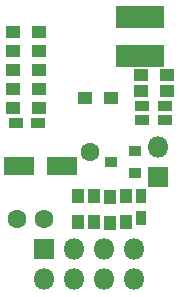
<source format=gts>
%TF.GenerationSoftware,KiCad,Pcbnew,4.0.7*%
%TF.CreationDate,2017-10-11T16:39:00+02:00*%
%TF.ProjectId,ESP12_pcb,45535031325F7063622E6B696361645F,rev?*%
%TF.FileFunction,Soldermask,Top*%
%FSLAX46Y46*%
G04 Gerber Fmt 4.6, Leading zero omitted, Abs format (unit mm)*
G04 Created by KiCad (PCBNEW 4.0.7) date Wednesday, 11 October 2017 'PMt' 16:39:00*
%MOMM*%
%LPD*%
G01*
G04 APERTURE LIST*
%ADD10C,0.127000*%
%ADD11R,1.300000X1.000000*%
%ADD12R,0.850000X1.300000*%
%ADD13R,1.300000X0.850000*%
%ADD14R,1.800000X1.800000*%
%ADD15O,1.800000X1.800000*%
%ADD16R,1.000000X0.900000*%
%ADD17R,1.000000X1.300000*%
%ADD18C,1.600000*%
%ADD19R,4.100000X1.850000*%
%ADD20R,2.500000X1.600000*%
G04 APERTURE END LIST*
D10*
D11*
X54000000Y-71525000D03*
X56200000Y-71525000D03*
D12*
X54000000Y-81800000D03*
X54000000Y-83700000D03*
D13*
X54125000Y-75375000D03*
X56025000Y-75375000D03*
X54125000Y-74150000D03*
X56025000Y-74150000D03*
X45300000Y-75650000D03*
X43400000Y-75650000D03*
D14*
X55450000Y-80165000D03*
D15*
X55450000Y-77625000D03*
D16*
X53475000Y-79850000D03*
X53475000Y-77950000D03*
X51475000Y-78900000D03*
D11*
X51500000Y-73500000D03*
X49300000Y-73500000D03*
X53975000Y-72875000D03*
X56175000Y-72875000D03*
X43200000Y-69550000D03*
X45400000Y-69550000D03*
X45400000Y-72750000D03*
X43200000Y-72750000D03*
X45400000Y-71150000D03*
X43200000Y-71150000D03*
X43200000Y-74350000D03*
X45400000Y-74350000D03*
D17*
X48662944Y-81786326D03*
X48662944Y-83986326D03*
X52737944Y-81811326D03*
X52737944Y-84011326D03*
X50000000Y-81775000D03*
X50000000Y-83975000D03*
X51400000Y-81850000D03*
X51400000Y-84050000D03*
D18*
X49700000Y-78050000D03*
X43475000Y-83725000D03*
X45825000Y-83750000D03*
D14*
X45820000Y-86310000D03*
D15*
X45820000Y-88850000D03*
X48360000Y-86310000D03*
X48360000Y-88850000D03*
X50900000Y-86310000D03*
X50900000Y-88850000D03*
X53440000Y-86310000D03*
X53440000Y-88850000D03*
D11*
X45400000Y-67950000D03*
X43200000Y-67950000D03*
D19*
X53900000Y-69925000D03*
X53900000Y-66675000D03*
D20*
X47275000Y-79250000D03*
X43675000Y-79250000D03*
M02*

</source>
